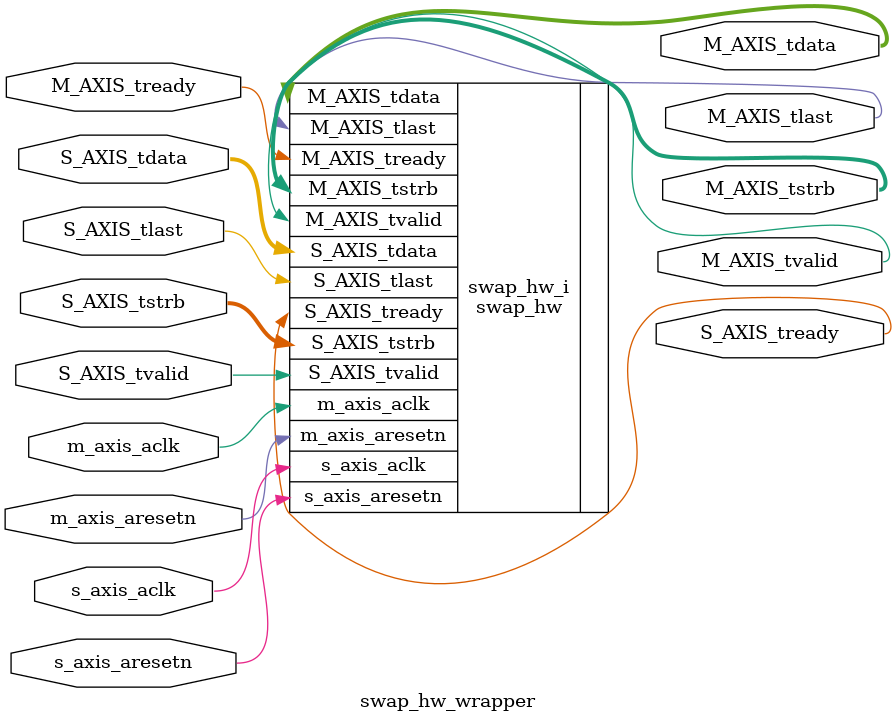
<source format=v>
`timescale 1 ps / 1 ps

module swap_hw_wrapper
   (M_AXIS_tdata,
    M_AXIS_tlast,
    M_AXIS_tready,
    M_AXIS_tstrb,
    M_AXIS_tvalid,
    S_AXIS_tdata,
    S_AXIS_tlast,
    S_AXIS_tready,
    S_AXIS_tstrb,
    S_AXIS_tvalid,
    m_axis_aclk,
    m_axis_aresetn,
    s_axis_aclk,
    s_axis_aresetn);
  output [31:0]M_AXIS_tdata;
  output M_AXIS_tlast;
  input M_AXIS_tready;
  output [3:0]M_AXIS_tstrb;
  output M_AXIS_tvalid;
  input [31:0]S_AXIS_tdata;
  input S_AXIS_tlast;
  output S_AXIS_tready;
  input [3:0]S_AXIS_tstrb;
  input S_AXIS_tvalid;
  input m_axis_aclk;
  input m_axis_aresetn;
  input s_axis_aclk;
  input s_axis_aresetn;

  wire [31:0]M_AXIS_tdata;
  wire M_AXIS_tlast;
  wire M_AXIS_tready;
  wire [3:0]M_AXIS_tstrb;
  wire M_AXIS_tvalid;
  wire [31:0]S_AXIS_tdata;
  wire S_AXIS_tlast;
  wire S_AXIS_tready;
  wire [3:0]S_AXIS_tstrb;
  wire S_AXIS_tvalid;
  wire m_axis_aclk;
  wire m_axis_aresetn;
  wire s_axis_aclk;
  wire s_axis_aresetn;

  swap_hw swap_hw_i
       (.M_AXIS_tdata(M_AXIS_tdata),
        .M_AXIS_tlast(M_AXIS_tlast),
        .M_AXIS_tready(M_AXIS_tready),
        .M_AXIS_tstrb(M_AXIS_tstrb),
        .M_AXIS_tvalid(M_AXIS_tvalid),
        .S_AXIS_tdata(S_AXIS_tdata),
        .S_AXIS_tlast(S_AXIS_tlast),
        .S_AXIS_tready(S_AXIS_tready),
        .S_AXIS_tstrb(S_AXIS_tstrb),
        .S_AXIS_tvalid(S_AXIS_tvalid),
        .m_axis_aclk(m_axis_aclk),
        .m_axis_aresetn(m_axis_aresetn),
        .s_axis_aclk(s_axis_aclk),
        .s_axis_aresetn(s_axis_aresetn));
endmodule

</source>
